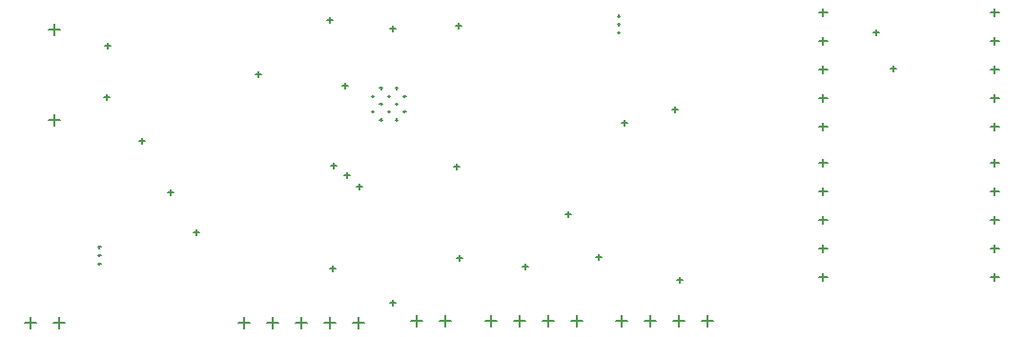
<source format=gbr>
G04*
G04 #@! TF.GenerationSoftware,Altium Limited,Altium Designer,24.7.2 (38)*
G04*
G04 Layer_Color=128*
%FSLAX25Y25*%
%MOIN*%
G70*
G04*
G04 #@! TF.SameCoordinates,557B2C77-FFCE-42D9-A2FA-4134FEC932EB*
G04*
G04*
G04 #@! TF.FilePolarity,Positive*
G04*
G01*
G75*
%ADD12C,0.00500*%
D12*
X144508Y91094D02*
X145295D01*
X144902Y90701D02*
Y91488D01*
X138996Y91094D02*
X139784D01*
X139390Y90701D02*
Y91488D01*
X144508Y96606D02*
X145295D01*
X144902Y96213D02*
Y97000D01*
X138996Y96606D02*
X139783D01*
X139390Y96213D02*
Y97000D01*
X144508Y102118D02*
X145295D01*
X144902Y101724D02*
Y102512D01*
X138996Y102118D02*
X139783D01*
X139390Y101724D02*
Y102512D01*
X147264Y93850D02*
X148051D01*
X147658Y93457D02*
Y94244D01*
X141752Y93850D02*
X142539D01*
X142146Y93457D02*
Y94244D01*
X136240Y93850D02*
X137028D01*
X136634Y93457D02*
Y94244D01*
X147264Y99362D02*
X148051D01*
X147658Y98968D02*
Y99756D01*
X136240Y99362D02*
X137028D01*
X136634Y98968D02*
Y99756D01*
X141752Y99362D02*
X142539D01*
X142146Y98968D02*
Y99756D01*
X40606Y46440D02*
X41394D01*
X41000Y46047D02*
Y46834D01*
X23236Y122488D02*
X27173D01*
X25205Y120520D02*
Y124457D01*
X23236Y90992D02*
X27173D01*
X25205Y89024D02*
Y92961D01*
X175992Y20500D02*
X180008D01*
X178000Y18492D02*
Y22508D01*
X185992Y20500D02*
X190008D01*
X188000Y18492D02*
Y22508D01*
X195992Y20500D02*
X200008D01*
X198000Y18492D02*
Y22508D01*
X205992Y20500D02*
X210008D01*
X208000Y18492D02*
Y22508D01*
X24992Y20000D02*
X29008D01*
X27000Y17992D02*
Y22008D01*
X14992Y20000D02*
X19008D01*
X17000Y17992D02*
Y22008D01*
X222106Y121500D02*
X222894D01*
X222500Y121106D02*
Y121894D01*
X222106Y124440D02*
X222894D01*
X222500Y124047D02*
Y124834D01*
X222106Y127380D02*
X222894D01*
X222500Y126987D02*
Y127774D01*
X40606Y43500D02*
X41394D01*
X41000Y43106D02*
Y43894D01*
X40606Y40560D02*
X41394D01*
X41000Y40166D02*
Y40953D01*
X159992Y20500D02*
X164008D01*
X162000Y18492D02*
Y22508D01*
X149992Y20500D02*
X154008D01*
X152000Y18492D02*
Y22508D01*
X89492Y20000D02*
X93508D01*
X91500Y17992D02*
Y22008D01*
X99492Y20000D02*
X103508D01*
X101500Y17992D02*
Y22008D01*
X109492Y20000D02*
X113508D01*
X111500Y17992D02*
Y22008D01*
X119492Y20000D02*
X123508D01*
X121500Y17992D02*
Y22008D01*
X129492Y20000D02*
X133508D01*
X131500Y17992D02*
Y22008D01*
X352602Y36000D02*
X355398D01*
X354000Y34602D02*
Y37398D01*
X352602Y46000D02*
X355398D01*
X354000Y44602D02*
Y47398D01*
X352602Y56000D02*
X355398D01*
X354000Y54602D02*
Y57398D01*
X352602Y66000D02*
X355398D01*
X354000Y64602D02*
Y67398D01*
X352602Y76000D02*
X355398D01*
X354000Y74602D02*
Y77398D01*
X292602Y76000D02*
X295398D01*
X294000Y74602D02*
Y77398D01*
X292602Y66000D02*
X295398D01*
X294000Y64602D02*
Y67398D01*
X292602Y56000D02*
X295398D01*
X294000Y54602D02*
Y57398D01*
X292602Y46000D02*
X295398D01*
X294000Y44602D02*
Y47398D01*
X292602Y36000D02*
X295398D01*
X294000Y34602D02*
Y37398D01*
X352602Y88500D02*
X355398D01*
X354000Y87102D02*
Y89898D01*
X352602Y98500D02*
X355398D01*
X354000Y97102D02*
Y99898D01*
X352602Y108500D02*
X355398D01*
X354000Y107102D02*
Y109898D01*
X352602Y118500D02*
X355398D01*
X354000Y117102D02*
Y119898D01*
X352602Y128500D02*
X355398D01*
X354000Y127102D02*
Y129898D01*
X292602Y128500D02*
X295398D01*
X294000Y127102D02*
Y129898D01*
X292602Y118500D02*
X295398D01*
X294000Y117102D02*
Y119898D01*
X292602Y108500D02*
X295398D01*
X294000Y107102D02*
Y109898D01*
X292602Y98500D02*
X295398D01*
X294000Y97102D02*
Y99898D01*
X292602Y88500D02*
X295398D01*
X294000Y87102D02*
Y89898D01*
X221492Y20500D02*
X225508D01*
X223500Y18492D02*
Y22508D01*
X231492Y20500D02*
X235508D01*
X233500Y18492D02*
Y22508D01*
X241492Y20500D02*
X245508D01*
X243500Y18492D02*
Y22508D01*
X251492Y20500D02*
X255508D01*
X253500Y18492D02*
Y22508D01*
X311516Y121500D02*
X313484D01*
X312500Y120516D02*
Y122484D01*
X54994Y83500D02*
X57006D01*
X56000Y82494D02*
Y84506D01*
X42494Y99000D02*
X44506D01*
X43500Y97994D02*
Y100006D01*
X42994Y117000D02*
X45006D01*
X44000Y115994D02*
Y118006D01*
X142494Y123000D02*
X144506D01*
X143500Y121994D02*
Y124006D01*
X165494Y124000D02*
X167506D01*
X166500Y122994D02*
Y125006D01*
X164994Y74500D02*
X167006D01*
X166000Y73494D02*
Y75506D01*
X242994Y35000D02*
X245006D01*
X244000Y33994D02*
Y36006D01*
X214494Y43000D02*
X216506D01*
X215500Y41994D02*
Y44006D01*
X188994Y39500D02*
X191006D01*
X190000Y38494D02*
Y40506D01*
X121494Y39000D02*
X123506D01*
X122500Y37994D02*
Y40006D01*
X223494Y90000D02*
X225506D01*
X224500Y88994D02*
Y91006D01*
X203994Y58000D02*
X206006D01*
X205000Y56994D02*
Y59006D01*
X165994Y42500D02*
X168006D01*
X167000Y41494D02*
Y43506D01*
X120494Y126000D02*
X122506D01*
X121500Y124994D02*
Y127006D01*
X73994Y51500D02*
X76006D01*
X75000Y50494D02*
Y52506D01*
X241271Y94666D02*
X243239D01*
X242255Y93682D02*
Y95651D01*
X142516Y27000D02*
X144484D01*
X143500Y26016D02*
Y27984D01*
X95516Y107000D02*
X97484D01*
X96500Y106016D02*
Y107984D01*
X65016Y65500D02*
X66984D01*
X66000Y64516D02*
Y66484D01*
X126016Y103000D02*
X127984D01*
X127000Y102016D02*
Y103984D01*
X131016Y67500D02*
X132984D01*
X132000Y66516D02*
Y68484D01*
X126516Y71500D02*
X128484D01*
X127500Y70516D02*
Y72484D01*
X122016Y75000D02*
X123984D01*
X123000Y74016D02*
Y75984D01*
X317516Y109000D02*
X319484D01*
X318500Y108016D02*
Y109984D01*
M02*

</source>
